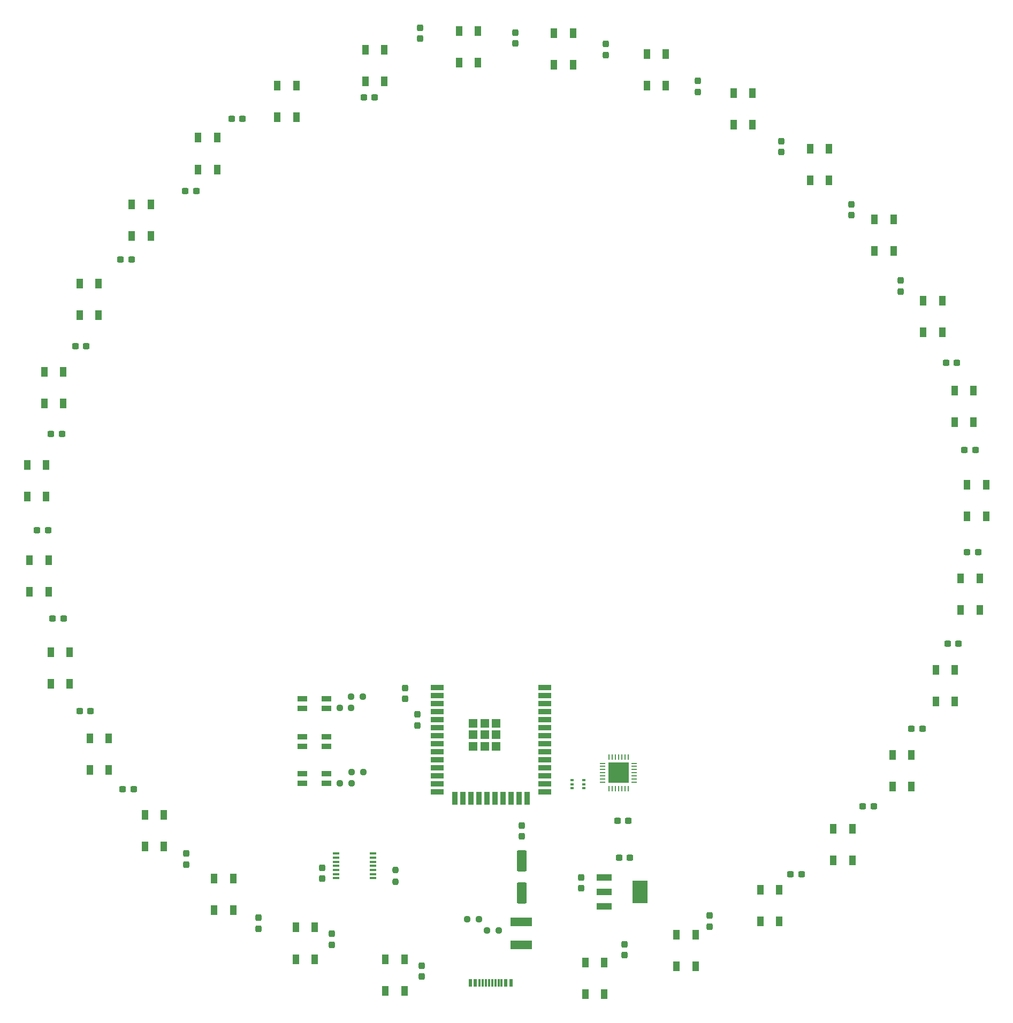
<source format=gbr>
%TF.GenerationSoftware,KiCad,Pcbnew,(6.0.5-0)*%
%TF.CreationDate,2022-05-16T23:57:53+02:00*%
%TF.ProjectId,diodeplate,64696f64-6570-46c6-9174-652e6b696361,rev?*%
%TF.SameCoordinates,Original*%
%TF.FileFunction,Paste,Top*%
%TF.FilePolarity,Positive*%
%FSLAX46Y46*%
G04 Gerber Fmt 4.6, Leading zero omitted, Abs format (unit mm)*
G04 Created by KiCad (PCBNEW (6.0.5-0)) date 2022-05-16 23:57:53*
%MOMM*%
%LPD*%
G01*
G04 APERTURE LIST*
G04 Aperture macros list*
%AMRoundRect*
0 Rectangle with rounded corners*
0 $1 Rounding radius*
0 $2 $3 $4 $5 $6 $7 $8 $9 X,Y pos of 4 corners*
0 Add a 4 corners polygon primitive as box body*
4,1,4,$2,$3,$4,$5,$6,$7,$8,$9,$2,$3,0*
0 Add four circle primitives for the rounded corners*
1,1,$1+$1,$2,$3*
1,1,$1+$1,$4,$5*
1,1,$1+$1,$6,$7*
1,1,$1+$1,$8,$9*
0 Add four rect primitives between the rounded corners*
20,1,$1+$1,$2,$3,$4,$5,0*
20,1,$1+$1,$4,$5,$6,$7,0*
20,1,$1+$1,$6,$7,$8,$9,0*
20,1,$1+$1,$8,$9,$2,$3,0*%
G04 Aperture macros list end*
%ADD10R,3.499213X1.406680*%
%ADD11RoundRect,0.237500X-0.300000X-0.237500X0.300000X-0.237500X0.300000X0.237500X-0.300000X0.237500X0*%
%ADD12RoundRect,0.237500X0.237500X-0.250000X0.237500X0.250000X-0.237500X0.250000X-0.237500X-0.250000X0*%
%ADD13RoundRect,0.237500X0.250000X0.237500X-0.250000X0.237500X-0.250000X-0.237500X0.250000X-0.237500X0*%
%ADD14R,1.000000X1.500000*%
%ADD15RoundRect,0.237500X0.237500X-0.300000X0.237500X0.300000X-0.237500X0.300000X-0.237500X-0.300000X0*%
%ADD16RoundRect,0.237500X-0.237500X0.300000X-0.237500X-0.300000X0.237500X-0.300000X0.237500X0.300000X0*%
%ADD17RoundRect,0.237500X-0.250000X-0.237500X0.250000X-0.237500X0.250000X0.237500X-0.250000X0.237500X0*%
%ADD18R,0.600000X1.300000*%
%ADD19R,0.300000X1.300000*%
%ADD20R,2.470003X0.980010*%
%ADD21R,2.470003X3.600000*%
%ADD22RoundRect,0.237500X0.300000X0.237500X-0.300000X0.237500X-0.300000X-0.237500X0.300000X-0.237500X0*%
%ADD23R,0.600000X0.419990*%
%ADD24R,0.990602X0.304801*%
%ADD25RoundRect,0.250000X0.550000X-1.412500X0.550000X1.412500X-0.550000X1.412500X-0.550000X-1.412500X0*%
%ADD26R,1.500000X0.900000*%
%ADD27R,0.280010X0.900000*%
%ADD28R,0.900000X0.280010*%
%ADD29R,3.300000X3.300000*%
%ADD30R,2.000000X0.900000*%
%ADD31R,0.900000X2.000000*%
%ADD32R,1.330000X1.330000*%
G04 APERTURE END LIST*
D10*
%TO.C,F1*%
X219000000Y-210403442D03*
X219000000Y-206696558D03*
%TD*%
D11*
%TO.C,C32*%
X286437500Y-162660000D03*
X288162500Y-162660000D03*
%TD*%
D12*
%TO.C,R1*%
X199070000Y-200372500D03*
X199070000Y-198547500D03*
%TD*%
D13*
%TO.C,R2*%
X215412500Y-208070000D03*
X213587500Y-208070000D03*
%TD*%
D14*
%TO.C,LED9*%
X143513788Y-124700000D03*
X146513534Y-124700000D03*
X143513788Y-119700000D03*
X146513534Y-119700000D03*
%TD*%
D15*
%TO.C,C28*%
X279010000Y-106952500D03*
X279010000Y-105227500D03*
%TD*%
%TO.C,C26*%
X260150000Y-84912500D03*
X260150000Y-83187500D03*
%TD*%
D16*
%TO.C,C39*%
X219110000Y-191457500D03*
X219110000Y-193182500D03*
%TD*%
D17*
%TO.C,R4*%
X190277500Y-172830064D03*
X192102500Y-172830064D03*
%TD*%
D16*
%TO.C,C2*%
X187460000Y-198137500D03*
X187460000Y-199862500D03*
%TD*%
D14*
%TO.C,LED10*%
X149113788Y-110750000D03*
X152113534Y-110750000D03*
X149113788Y-105750000D03*
X152113534Y-105750000D03*
%TD*%
D15*
%TO.C,C25*%
X246960000Y-75392500D03*
X246960000Y-73667500D03*
%TD*%
%TO.C,C23*%
X218020000Y-67700000D03*
X218020000Y-65975000D03*
%TD*%
D14*
%TO.C,LED28*%
X259830000Y-201650000D03*
X256830254Y-201650000D03*
X259830000Y-206650000D03*
X256830254Y-206650000D03*
%TD*%
%TO.C,LED26*%
X280740000Y-180290000D03*
X277740254Y-180290000D03*
X280740000Y-185290000D03*
X277740254Y-185290000D03*
%TD*%
D16*
%TO.C,C38*%
X202570000Y-173907500D03*
X202570000Y-175632500D03*
%TD*%
D14*
%TO.C,LED2*%
X183310000Y-212610000D03*
X186309746Y-212610000D03*
X183310000Y-207610000D03*
X186309746Y-207610000D03*
%TD*%
D18*
%TO.C,U3*%
X210950061Y-216367556D03*
X211749908Y-216367556D03*
D19*
X212900023Y-216367556D03*
X213900023Y-216367556D03*
X214399895Y-216367556D03*
X215399895Y-216367556D03*
D18*
X217349857Y-216367556D03*
X216550010Y-216367556D03*
D19*
X215900023Y-216367556D03*
X214900023Y-216367556D03*
X213399895Y-216367556D03*
X212399895Y-216367556D03*
%TD*%
D17*
%TO.C,R6*%
X192107500Y-171090128D03*
X193932500Y-171090128D03*
%TD*%
D15*
%TO.C,C14*%
X228450000Y-201422500D03*
X228450000Y-199697500D03*
%TD*%
D20*
%TO.C,U4*%
X232115100Y-199700025D03*
X232115100Y-202000000D03*
X232115100Y-204299975D03*
D21*
X237784900Y-202000000D03*
%TD*%
D14*
%TO.C,LED15*%
X212143788Y-65720000D03*
X209144042Y-65720000D03*
X212143788Y-70720000D03*
X209144042Y-70720000D03*
%TD*%
%TO.C,LED20*%
X277903788Y-95580000D03*
X274904042Y-95580000D03*
X277903788Y-100580000D03*
X274904042Y-100580000D03*
%TD*%
%TO.C,LED29*%
X246570000Y-208790000D03*
X243570254Y-208790000D03*
X246570000Y-213790000D03*
X243570254Y-213790000D03*
%TD*%
%TO.C,LED16*%
X227193788Y-66050000D03*
X224194042Y-66050000D03*
X227193788Y-71050000D03*
X224194042Y-71050000D03*
%TD*%
%TO.C,LED4*%
X159470000Y-194790000D03*
X162469746Y-194790000D03*
X159470000Y-189790000D03*
X162469746Y-189790000D03*
%TD*%
D11*
%TO.C,C34*%
X273047500Y-188430000D03*
X274772500Y-188430000D03*
%TD*%
D22*
%TO.C,C18*%
X157322500Y-101870000D03*
X155597500Y-101870000D03*
%TD*%
D23*
%TO.C,U5*%
X227037111Y-184276869D03*
X227037111Y-184926856D03*
X227037111Y-185576843D03*
X228937035Y-185576843D03*
X228937035Y-184926856D03*
X228937035Y-184276869D03*
%TD*%
D11*
%TO.C,C30*%
X289127500Y-132050000D03*
X290852500Y-132050000D03*
%TD*%
D22*
%TO.C,C8*%
X150862500Y-173330000D03*
X149137500Y-173330000D03*
%TD*%
D11*
%TO.C,C35*%
X261600000Y-199200000D03*
X263325000Y-199200000D03*
%TD*%
D22*
%TO.C,C19*%
X167562500Y-91090000D03*
X165837500Y-91090000D03*
%TD*%
D14*
%TO.C,LED6*%
X144533788Y-169040000D03*
X147533534Y-169040000D03*
X144533788Y-164040000D03*
X147533534Y-164040000D03*
%TD*%
D24*
%TO.C,U6*%
X195514195Y-199815308D03*
X195514195Y-199165321D03*
X195514195Y-198515333D03*
X195514195Y-197865346D03*
X195514195Y-197215359D03*
X195514195Y-196565371D03*
X195514195Y-195915384D03*
X189664055Y-195915384D03*
X189664055Y-196565371D03*
X189664055Y-197215359D03*
X189664055Y-197865346D03*
X189664055Y-198515333D03*
X189664055Y-199165321D03*
X189664055Y-199815308D03*
%TD*%
D14*
%TO.C,LED22*%
X290553788Y-122660000D03*
X287554042Y-122660000D03*
X290553788Y-127660000D03*
X287554042Y-127660000D03*
%TD*%
D22*
%TO.C,C11*%
X146332500Y-129480000D03*
X144607500Y-129480000D03*
%TD*%
D15*
%TO.C,C22*%
X203010000Y-66942500D03*
X203010000Y-65217500D03*
%TD*%
D11*
%TO.C,C29*%
X286217500Y-118240000D03*
X287942500Y-118240000D03*
%TD*%
D25*
%TO.C,C16*%
X219090000Y-202177500D03*
X219090000Y-197102500D03*
%TD*%
D14*
%TO.C,LED8*%
X140843788Y-139430000D03*
X143843534Y-139430000D03*
X140843788Y-134430000D03*
X143843534Y-134430000D03*
%TD*%
D16*
%TO.C,C37*%
X235340000Y-210257500D03*
X235340000Y-211982500D03*
%TD*%
%TO.C,C5*%
X177380000Y-206087500D03*
X177380000Y-207812500D03*
%TD*%
D11*
%TO.C,C31*%
X289547500Y-148260000D03*
X291272500Y-148260000D03*
%TD*%
D26*
%TO.C,mainbutton*%
X188179924Y-177420000D03*
X184380076Y-177420000D03*
X184380076Y-178920128D03*
X188179924Y-178920128D03*
%TD*%
D15*
%TO.C,C24*%
X232360000Y-69522500D03*
X232360000Y-67797500D03*
%TD*%
D14*
%TO.C,LED13*%
X180403788Y-79380000D03*
X183403534Y-79380000D03*
X180403788Y-74380000D03*
X183403534Y-74380000D03*
%TD*%
D22*
%TO.C,C9*%
X146582500Y-158700000D03*
X144857500Y-158700000D03*
%TD*%
D14*
%TO.C,LED11*%
X157373788Y-98220000D03*
X160373534Y-98220000D03*
X157373788Y-93220000D03*
X160373534Y-93220000D03*
%TD*%
D13*
%TO.C,R3*%
X212262500Y-206300000D03*
X210437500Y-206300000D03*
%TD*%
D16*
%TO.C,C36*%
X248770000Y-205747500D03*
X248770000Y-207472500D03*
%TD*%
D17*
%TO.C,R5*%
X190304924Y-184770000D03*
X192129924Y-184770000D03*
%TD*%
D27*
%TO.C,U2*%
X232888730Y-185624879D03*
X233389111Y-185624879D03*
X233889492Y-185624879D03*
X234389873Y-185624879D03*
X234890254Y-185624879D03*
X235390635Y-185624879D03*
X235891016Y-185624879D03*
D28*
X236890000Y-184626149D03*
X236890000Y-184125768D03*
X236890000Y-183625387D03*
X236890000Y-183125006D03*
X236890000Y-182624625D03*
X236890000Y-182124244D03*
X236890000Y-181623863D03*
D27*
X235891016Y-180624879D03*
X235390635Y-180624879D03*
X234890254Y-180624879D03*
X234389873Y-180624879D03*
X233889492Y-180624879D03*
X233389111Y-180624879D03*
X232888730Y-180624879D03*
D28*
X231890000Y-181623863D03*
X231890000Y-182124244D03*
X231890000Y-182624625D03*
X231890000Y-183125006D03*
X231890000Y-183625387D03*
X231890000Y-184125768D03*
X231890000Y-184626149D03*
D29*
X234389873Y-183125006D03*
%TD*%
D14*
%TO.C,LED18*%
X255573788Y-75590000D03*
X252574042Y-75590000D03*
X255573788Y-80590000D03*
X252574042Y-80590000D03*
%TD*%
%TO.C,LED7*%
X141190000Y-154450000D03*
X144189746Y-154450000D03*
X141190000Y-149450000D03*
X144189746Y-149450000D03*
%TD*%
%TO.C,LED30*%
X232110000Y-213120000D03*
X229110254Y-213120000D03*
X232110000Y-218120000D03*
X229110254Y-218120000D03*
%TD*%
%TO.C,LED3*%
X170413788Y-204840000D03*
X173413534Y-204840000D03*
X170413788Y-199840000D03*
X173413534Y-199840000D03*
%TD*%
D15*
%TO.C,C27*%
X271210000Y-94892500D03*
X271210000Y-93167500D03*
%TD*%
D14*
%TO.C,LED23*%
X292540000Y-137510000D03*
X289540254Y-137510000D03*
X292540000Y-142510000D03*
X289540254Y-142510000D03*
%TD*%
D26*
%TO.C,reset*%
X188139924Y-171400000D03*
X184340076Y-171400000D03*
X184340076Y-172900128D03*
X188139924Y-172900128D03*
%TD*%
D14*
%TO.C,LED17*%
X241863788Y-69390000D03*
X238864042Y-69390000D03*
X241863788Y-74390000D03*
X238864042Y-74390000D03*
%TD*%
D30*
%TO.C,U1*%
X205697900Y-169614850D03*
X205697900Y-170884850D03*
X205697900Y-172154850D03*
X205697900Y-173424850D03*
X205697900Y-174694850D03*
X205697900Y-175964850D03*
X205697900Y-177234850D03*
X205697900Y-178504850D03*
X205697900Y-179774850D03*
X205697900Y-181044850D03*
X205697900Y-182314850D03*
X205697900Y-183584850D03*
X205697900Y-184854850D03*
X205697900Y-186124850D03*
D31*
X208482900Y-187124850D03*
X209752900Y-187124850D03*
X211022900Y-187124850D03*
X212292900Y-187124850D03*
X213562900Y-187124850D03*
X214832900Y-187124850D03*
X216102900Y-187124850D03*
X217372900Y-187124850D03*
X218642900Y-187124850D03*
X219912900Y-187124850D03*
D30*
X222697900Y-186124850D03*
X222697900Y-184854850D03*
X222697900Y-183584850D03*
X222697900Y-182314850D03*
X222697900Y-181044850D03*
X222697900Y-179774850D03*
X222697900Y-178504850D03*
X222697900Y-177234850D03*
X222697900Y-175964850D03*
X222697900Y-174694850D03*
X222697900Y-173424850D03*
X222697900Y-172154850D03*
X222697900Y-170884850D03*
X222697900Y-169614850D03*
D32*
X211362900Y-178949850D03*
X213197900Y-178949850D03*
X213197900Y-177114850D03*
X211362900Y-177114850D03*
X215032900Y-175279850D03*
X215032900Y-178949850D03*
X213197900Y-175279850D03*
X211362900Y-175279850D03*
X215032900Y-177114850D03*
%TD*%
D16*
%TO.C,C4*%
X189030000Y-208607500D03*
X189030000Y-210332500D03*
%TD*%
D14*
%TO.C,LED1*%
X197523788Y-217650000D03*
X200523534Y-217650000D03*
X197523788Y-212650000D03*
X200523534Y-212650000D03*
%TD*%
%TO.C,LED12*%
X167870000Y-87640000D03*
X170869746Y-87640000D03*
X167870000Y-82640000D03*
X170869746Y-82640000D03*
%TD*%
D26*
%TO.C,boot*%
X184400076Y-183300000D03*
X188199924Y-183300000D03*
X188199924Y-184800128D03*
X184400076Y-184800128D03*
%TD*%
D16*
%TO.C,C3*%
X203243788Y-213667500D03*
X203243788Y-215392500D03*
%TD*%
D14*
%TO.C,LED19*%
X267703788Y-84410000D03*
X264704042Y-84410000D03*
X267703788Y-89410000D03*
X264704042Y-89410000D03*
%TD*%
%TO.C,LED27*%
X271380000Y-192000000D03*
X268380254Y-192000000D03*
X271380000Y-197000000D03*
X268380254Y-197000000D03*
%TD*%
D16*
%TO.C,C6*%
X166020000Y-195927500D03*
X166020000Y-197652500D03*
%TD*%
D22*
%TO.C,C7*%
X157652500Y-185750000D03*
X155927500Y-185750000D03*
%TD*%
D14*
%TO.C,LED24*%
X291533788Y-152380000D03*
X288534042Y-152380000D03*
X291533788Y-157380000D03*
X288534042Y-157380000D03*
%TD*%
D11*
%TO.C,C15*%
X234487500Y-196550000D03*
X236212500Y-196550000D03*
%TD*%
D22*
%TO.C,C10*%
X144122500Y-144730000D03*
X142397500Y-144730000D03*
%TD*%
%TO.C,C20*%
X174902500Y-79670000D03*
X173177500Y-79670000D03*
%TD*%
D14*
%TO.C,LED21*%
X285583788Y-108440000D03*
X282584042Y-108440000D03*
X285583788Y-113440000D03*
X282584042Y-113440000D03*
%TD*%
D15*
%TO.C,C1*%
X200655600Y-171438800D03*
X200655600Y-169713800D03*
%TD*%
D14*
%TO.C,LED14*%
X194313788Y-73730000D03*
X197313534Y-73730000D03*
X194313788Y-68730000D03*
X197313534Y-68730000D03*
%TD*%
%TO.C,LED5*%
X150710000Y-182710000D03*
X153709746Y-182710000D03*
X150710000Y-177710000D03*
X153709746Y-177710000D03*
%TD*%
D11*
%TO.C,C12*%
X234237500Y-190680000D03*
X235962500Y-190680000D03*
%TD*%
%TO.C,C33*%
X280747500Y-176130000D03*
X282472500Y-176130000D03*
%TD*%
D22*
%TO.C,C17*%
X150162500Y-115630000D03*
X148437500Y-115630000D03*
%TD*%
D17*
%TO.C,R7*%
X192167500Y-183050000D03*
X193992500Y-183050000D03*
%TD*%
D22*
%TO.C,C21*%
X195812500Y-76270000D03*
X194087500Y-76270000D03*
%TD*%
D14*
%TO.C,LED25*%
X287570000Y-166870000D03*
X284570254Y-166870000D03*
X287570000Y-171870000D03*
X284570254Y-171870000D03*
%TD*%
M02*

</source>
